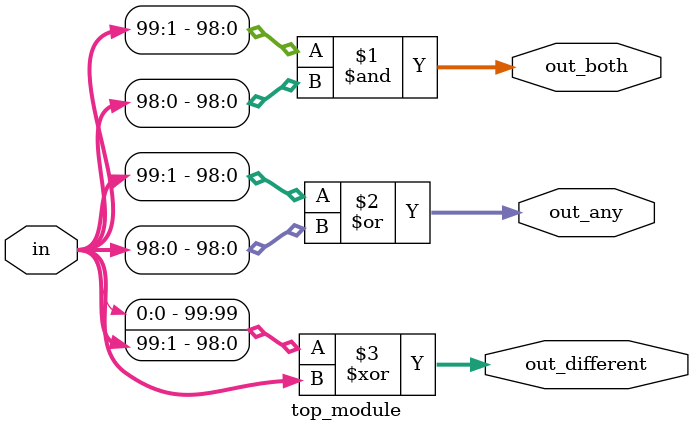
<source format=v>
module top_module (
    input  [99:0] in,
    output [98:0] out_both,
    output [99:1] out_any,
    output [99:0] out_different
);

  assign out_both = in[99:1] & in[98:0];
  assign out_any = in[99:1] | in[98:0];
  assign out_different = {in[0], in[99:1]} ^ in;

endmodule

</source>
